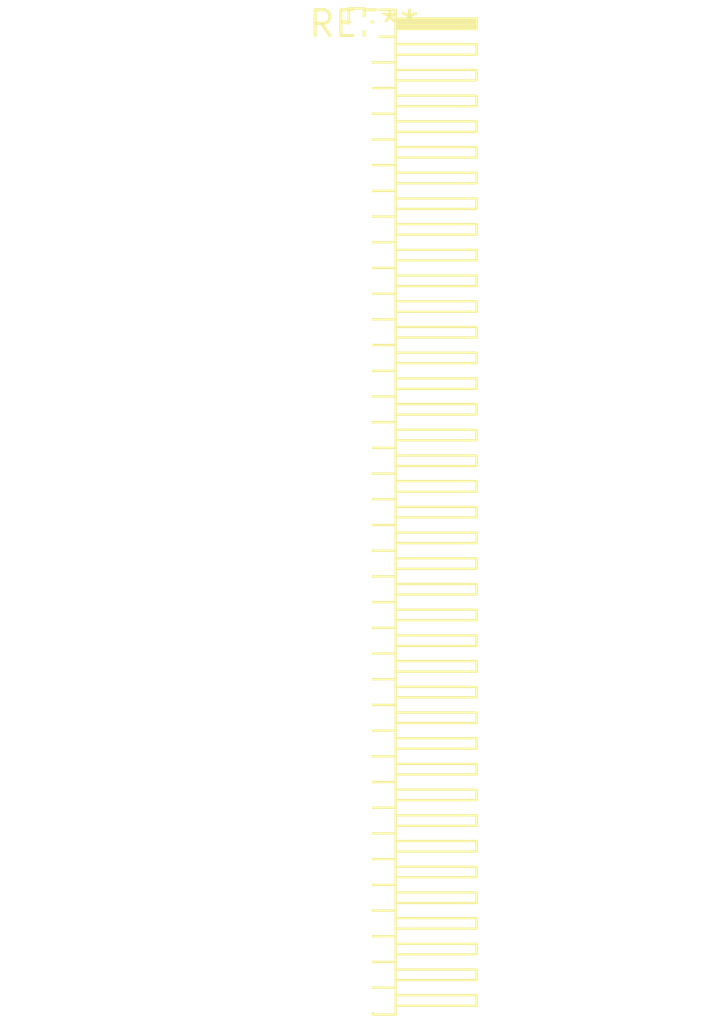
<source format=kicad_pcb>
(kicad_pcb (version 20240108) (generator pcbnew)
  (layers (0 "F.Cu" signal) (31 "B.Cu" signal) (34 "B.Paste" user) (35 "F.Paste" user) (36 "B.SilkS" user "B.Silkscreen") (37 "F.SilkS" user "F.Silkscreen") (38 "B.Mask" user) (39 "F.Mask" user) (44 "Edge.Cuts" user))
  (net 0 "")
  (footprint "PinHeader_1x39_P1.27mm_Horizontal" (layer "F.Cu") (at 0 0)
    (property "Reference" "REF**")
    (property "Value" "PinHeader_1x39_P1.27mm_Horizontal")
    (fp_line (start -0.76 -0.76) (end 0 -0.76) (layer "F.SilkS") (stroke (width 0.12)))
    (fp_line (start -0.76 0) (end -0.76 -0.76) (layer "F.SilkS") (stroke (width 0.12)))
    (fp_line (start 0.44 1.889677) (end 0.44 1.920323) (layer "F.SilkS") (stroke (width 0.12)))
    (fp_line (start 0.44 1.905) (end 1.56 1.905) (layer "F.SilkS") (stroke (width 0.12)))
    (fp_line (start 0.44 3.159677) (end 0.44 3.190323) (layer "F.SilkS") (stroke (width 0.12)))
    (fp_line (start 0.44 3.175) (end 1.56 3.175) (layer "F.SilkS") (stroke (width 0.12)))
    (fp_line (start 0.44 4.429677) (end 0.44 4.460323) (layer "F.SilkS") (stroke (width 0.12)))
    (fp_line (start 0.44 4.445) (end 1.56 4.445) (layer "F.SilkS") (stroke (width 0.12)))
    (fp_line (start 0.44 5.699677) (end 0.44 5.730323) (layer "F.SilkS") (stroke (width 0.12)))
    (fp_line (start 0.44 5.715) (end 1.56 5.715) (layer "F.SilkS") (stroke (width 0.12)))
    (fp_line (start 0.44 6.969677) (end 0.44 7.000323) (layer "F.SilkS") (stroke (width 0.12)))
    (fp_line (start 0.44 6.985) (end 1.56 6.985) (layer "F.SilkS") (stroke (width 0.12)))
    (fp_line (start 0.44 8.239677) (end 0.44 8.270323) (layer "F.SilkS") (stroke (width 0.12)))
    (fp_line (start 0.44 8.255) (end 1.56 8.255) (layer "F.SilkS") (stroke (width 0.12)))
    (fp_line (start 0.44 9.509677) (end 0.44 9.540323) (layer "F.SilkS") (stroke (width 0.12)))
    (fp_line (start 0.44 9.525) (end 1.56 9.525) (layer "F.SilkS") (stroke (width 0.12)))
    (fp_line (start 0.44 10.779677) (end 0.44 10.810323) (layer "F.SilkS") (stroke (width 0.12)))
    (fp_line (start 0.44 10.795) (end 1.56 10.795) (layer "F.SilkS") (stroke (width 0.12)))
    (fp_line (start 0.44 12.049677) (end 0.44 12.080323) (layer "F.SilkS") (stroke (width 0.12)))
    (fp_line (start 0.44 12.065) (end 1.56 12.065) (layer "F.SilkS") (stroke (width 0.12)))
    (fp_line (start 0.44 13.319677) (end 0.44 13.350323) (layer "F.SilkS") (stroke (width 0.12)))
    (fp_line (start 0.44 13.335) (end 1.56 13.335) (layer "F.SilkS") (stroke (width 0.12)))
    (fp_line (start 0.44 14.589677) (end 0.44 14.620323) (layer "F.SilkS") (stroke (width 0.12)))
    (fp_line (start 0.44 14.605) (end 1.56 14.605) (layer "F.SilkS") (stroke (width 0.12)))
    (fp_line (start 0.44 15.859677) (end 0.44 15.890323) (layer "F.SilkS") (stroke (width 0.12)))
    (fp_line (start 0.44 15.875) (end 1.56 15.875) (layer "F.SilkS") (stroke (width 0.12)))
    (fp_line (start 0.44 17.129677) (end 0.44 17.160323) (layer "F.SilkS") (stroke (width 0.12)))
    (fp_line (start 0.44 17.145) (end 1.56 17.145) (layer "F.SilkS") (stroke (width 0.12)))
    (fp_line (start 0.44 18.399677) (end 0.44 18.430323) (layer "F.SilkS") (stroke (width 0.12)))
    (fp_line (start 0.44 18.415) (end 1.56 18.415) (layer "F.SilkS") (stroke (width 0.12)))
    (fp_line (start 0.44 19.669677) (end 0.44 19.700323) (layer "F.SilkS") (stroke (width 0.12)))
    (fp_line (start 0.44 19.685) (end 1.56 19.685) (layer "F.SilkS") (stroke (width 0.12)))
    (fp_line (start 0.44 20.939677) (end 0.44 20.970323) (layer "F.SilkS") (stroke (width 0.12)))
    (fp_line (start 0.44 20.955) (end 1.56 20.955) (layer "F.SilkS") (stroke (width 0.12)))
    (fp_line (start 0.44 22.209677) (end 0.44 22.240323) (layer "F.SilkS") (stroke (width 0.12)))
    (fp_line (start 0.44 22.225) (end 1.56 22.225) (layer "F.SilkS") (stroke (width 0.12)))
    (fp_line (start 0.44 23.479677) (end 0.44 23.510323) (layer "F.SilkS") (stroke (width 0.12)))
    (fp_line (start 0.44 23.495) (end 1.56 23.495) (layer "F.SilkS") (stroke (width 0.12)))
    (fp_line (start 0.44 24.749677) (end 0.44 24.780323) (layer "F.SilkS") (stroke (width 0.12)))
    (fp_line (start 0.44 24.765) (end 1.56 24.765) (layer "F.SilkS") (stroke (width 0.12)))
    (fp_line (start 0.44 26.019677) (end 0.44 26.050323) (layer "F.SilkS") (stroke (width 0.12)))
    (fp_line (start 0.44 26.035) (end 1.56 26.035) (layer "F.SilkS") (stroke (width 0.12)))
    (fp_line (start 0.44 27.289677) (end 0.44 27.320323) (layer "F.SilkS") (stroke (width 0.12)))
    (fp_line (start 0.44 27.305) (end 1.56 27.305) (layer "F.SilkS") (stroke (width 0.12)))
    (fp_line (start 0.44 28.559677) (end 0.44 28.590323) (layer "F.SilkS") (stroke (width 0.12)))
    (fp_line (start 0.44 28.575) (end 1.56 28.575) (layer "F.SilkS") (stroke (width 0.12)))
    (fp_line (start 0.44 29.829677) (end 0.44 29.860323) (layer "F.SilkS") (stroke (width 0.12)))
    (fp_line (start 0.44 29.845) (end 1.56 29.845) (layer "F.SilkS") (stroke (width 0.12)))
    (fp_line (start 0.44 31.099677) (end 0.44 31.130323) (layer "F.SilkS") (stroke (width 0.12)))
    (fp_line (start 0.44 31.115) (end 1.56 31.115) (layer "F.SilkS") (stroke (width 0.12)))
    (fp_line (start 0.44 32.369677) (end 0.44 32.400323) (layer "F.SilkS") (stroke (width 0.12)))
    (fp_line (start 0.44 32.385) (end 1.56 32.385) (layer "F.SilkS") (stroke (width 0.12)))
    (fp_line (start 0.44 33.639677) (end 0.44 33.670323) (layer "F.SilkS") (stroke (width 0.12)))
    (fp_line (start 0.44 33.655) (end 1.56 33.655) (layer "F.SilkS") (stroke (width 0.12)))
    (fp_line (start 0.44 34.909677) (end 0.44 34.940323) (layer "F.SilkS") (stroke (width 0.12)))
    (fp_line (start 0.44 34.925) (end 1.56 34.925) (layer "F.SilkS") (stroke (width 0.12)))
    (fp_line (start 0.44 36.179677) (end 0.44 36.210323) (layer "F.SilkS") (stroke (width 0.12)))
    (fp_line (start 0.44 36.195) (end 1.56 36.195) (layer "F.SilkS") (stroke (width 0.12)))
    (fp_line (start 0.44 37.449677) (end 0.44 37.480323) (layer "F.SilkS") (stroke (width 0.12)))
    (fp_line (start 0.44 37.465) (end 1.56 37.465) (layer "F.SilkS") (stroke (width 0.12)))
    (fp_line (start 0.44 38.719677) (end 0.44 38.750323) (layer "F.SilkS") (stroke (width 0.12)))
    (fp_line (start 0.44 38.735) (end 1.56 38.735) (layer "F.SilkS") (stroke (width 0.12)))
    (fp_line (start 0.44 39.989677) (end 0.44 40.020323) (layer "F.SilkS") (stroke (width 0.12)))
    (fp_line (start 0.44 40.005) (end 1.56 40.005) (layer "F.SilkS") (stroke (width 0.12)))
    (fp_line (start 0.44 41.259677) (end 0.44 41.290323) (layer "F.SilkS") (stroke (width 0.12)))
    (fp_line (start 0.44 41.275) (end 1.56 41.275) (layer "F.SilkS") (stroke (width 0.12)))
    (fp_line (start 0.44 42.529677) (end 0.44 42.560323) (layer "F.SilkS") (stroke (width 0.12)))
    (fp_line (start 0.44 42.545) (end 1.56 42.545) (layer "F.SilkS") (stroke (width 0.12)))
    (fp_line (start 0.44 43.799677) (end 0.44 43.830323) (layer "F.SilkS") (stroke (width 0.12)))
    (fp_line (start 0.44 43.815) (end 1.56 43.815) (layer "F.SilkS") (stroke (width 0.12)))
    (fp_line (start 0.44 45.069677) (end 0.44 45.100323) (layer "F.SilkS") (stroke (width 0.12)))
    (fp_line (start 0.44 45.085) (end 1.56 45.085) (layer "F.SilkS") (stroke (width 0.12)))
    (fp_line (start 0.44 46.339677) (end 0.44 46.370323) (layer "F.SilkS") (stroke (width 0.12)))
    (fp_line (start 0.44 46.355) (end 1.56 46.355) (layer "F.SilkS") (stroke (width 0.12)))
    (fp_line (start 0.44 47.609677) (end 0.44 47.640323) (layer "F.SilkS") (stroke (width 0.12)))
    (fp_line (start 0.44 47.625) (end 1.56 47.625) (layer "F.SilkS") (stroke (width 0.12)))
    (fp_line (start 0.44 48.955) (end 0.44 48.879677) (layer "F.SilkS") (stroke (width 0.12)))
    (fp_line (start 0.76 -0.695) (end 1.56 -0.695) (layer "F.SilkS") (stroke (width 0.12)))
    (fp_line (start 0.76 0.635) (end 1.56 0.635) (layer "F.SilkS") (stroke (width 0.12)))
    (fp_line (start 1.56 -0.695) (end 1.56 48.955) (layer "F.SilkS") (stroke (width 0.12)))
    (fp_line (start 1.56 -0.26) (end 5.56 -0.26) (layer "F.SilkS") (stroke (width 0.12)))
    (fp_line (start 1.56 -0.2) (end 5.56 -0.2) (layer "F.SilkS") (stroke (width 0.12)))
    (fp_line (start 1.56 -0.08) (end 5.56 -0.08) (layer "F.SilkS") (stroke (width 0.12)))
    (fp_line (start 1.56 0.04) (end 5.56 0.04) (layer "F.SilkS") (stroke (width 0.12)))
    (fp_line (start 1.56 0.16) (end 5.56 0.16) (layer "F.SilkS") (stroke (width 0.12)))
    (fp_line (start 1.56 1.01) (end 5.56 1.01) (layer "F.SilkS") (stroke (width 0.12)))
    (fp_line (start 1.56 2.28) (end 5.56 2.28) (layer "F.SilkS") (stroke (width 0.12)))
    (fp_line (start 1.56 3.55) (end 5.56 3.55) (layer "F.SilkS") (stroke (width 0.12)))
    (fp_line (start 1.56 4.82) (end 5.56 4.82) (layer "F.SilkS") (stroke (width 0.12)))
    (fp_line (start 1.56 6.09) (end 5.56 6.09) (layer "F.SilkS") (stroke (width 0.12)))
    (fp_line (start 1.56 7.36) (end 5.56 7.36) (layer "F.SilkS") (stroke (width 0.12)))
    (fp_line (start 1.56 8.63) (end 5.56 8.63) (layer "F.SilkS") (stroke (width 0.12)))
    (fp_line (start 1.56 9.9) (end 5.56 9.9) (layer "F.SilkS") (stroke (width 0.12)))
    (fp_line (start 1.56 11.17) (end 5.56 11.17) (layer "F.SilkS") (stroke (width 0.12)))
    (fp_line (start 1.56 12.44) (end 5.56 12.44) (layer "F.SilkS") (stroke (width 0.12)))
    (fp_line (start 1.56 13.71) (end 5.56 13.71) (layer "F.SilkS") (stroke (width 0.12)))
    (fp_line (start 1.56 14.98) (end 5.56 14.98) (layer "F.SilkS") (stroke (width 0.12)))
    (fp_line (start 1.56 16.25) (end 5.56 16.25) (layer "F.SilkS") (stroke (width 0.12)))
    (fp_line (start 1.56 17.52) (end 5.56 17.52) (layer "F.SilkS") (stroke (width 0.12)))
    (fp_line (start 1.56 18.79) (end 5.56 18.79) (layer "F.SilkS") (stroke (width 0.12)))
    (fp_line (start 1.56 20.06) (end 5.56 20.06) (layer "F.SilkS") (stroke (width 0.12)))
    (fp_line (start 1.56 21.33) (end 5.56 21.33) (layer "F.SilkS") (stroke (width 0.12)))
    (fp_line (start 1.56 22.6) (end 5.56 22.6) (layer "F.SilkS") (stroke (width 0.12)))
    (fp_line (start 1.56 23.87) (end 5.56 23.87) (layer "F.SilkS") (stroke (width 0.12)))
    (fp_line (start 1.56 25.14) (end 5.56 25.14) (layer "F.SilkS") (stroke (width 0.12)))
    (fp_line (start 1.56 26.41) (end 5.56 26.41) (layer "F.SilkS") (stroke (width 0.12)))
    (fp_line (start 1.56 27.68) (end 5.56 27.68) (layer "F.SilkS") (stroke (width 0.12)))
    (fp_line (start 1.56 28.95) (end 5.56 28.95) (layer "F.SilkS") (stroke (width 0.12)))
    (fp_line (start 1.56 30.22) (end 5.56 30.22) (layer "F.SilkS") (stroke (width 0.12)))
    (fp_line (start 1.56 31.49) (end 5.56 31.49) (layer "F.SilkS") (stroke (width 0.12)))
    (fp_line (start 1.56 32.76) (end 5.56 32.76) (layer "F.SilkS") (stroke (width 0.12)))
    (fp_line (start 1.56 34.03) (end 5.56 34.03) (layer "F.SilkS") (stroke (width 0.12)))
    (fp_line (start 1.56 35.3) (end 5.56 35.3) (layer "F.SilkS") (stroke (width 0.12)))
    (fp_line (start 1.56 36.57) (end 5.56 36.57) (layer "F.SilkS") (stroke (width 0.12)))
    (fp_line (start 1.56 37.84) (end 5.56 37.84) (layer "F.SilkS") (stroke (width 0.12)))
    (fp_line (start 1.56 39.11) (end 5.56 39.11) (layer "F.SilkS") (stroke (width 0.12)))
    (fp_line (start 1.56 40.38) (end 5.56 40.38) (layer "F.SilkS") (stroke (width 0.12)))
    (fp_line (start 1.56 41.65) (end 5.56 41.65) (layer "F.SilkS") (stroke (width 0.12)))
    (fp_line (start 1.56 42.92) (end 5.56 42.92) (layer "F.SilkS") (stroke (width 0.12)))
    (fp_line (start 1.56 44.19) (end 5.56 44.19) (layer "F.SilkS") (stroke (width 0.12)))
    (fp_line (start 1.56 45.46) (end 5.56 45.46) (layer "F.SilkS") (stroke (width 0.12)))
    (fp_line (start 1.56 46.73) (end 5.56 46.73) (layer "F.SilkS") (stroke (width 0.12)))
    (fp_line (start 1.56 48) (end 5.56 48) (layer "F.SilkS") (stroke (width 0.12)))
    (fp_line (start 1.56 48.955) (end 0.44 48.955) (layer "F.SilkS") (stroke (width 0.12)))
    (fp_line (start 5.56 -0.26) (end 5.56 0.26) (layer "F.SilkS") (stroke (width 0.12)))
    (fp_line (start 5.56 0.26) (end 1.56 0.26) (layer "F.SilkS") (stroke (width 0.12)))
    (fp_line (start 5.56 1.01) (end 5.56 1.53) (layer "F.SilkS") (stroke (width 0.12)))
    (fp_line (start 5.56 1.53) (end 1.56 1.53) (layer "F.SilkS") (stroke (width 0.12)))
    (fp_line (start 5.56 2.28) (end 5.56 2.8) (layer "F.SilkS") (stroke (width 0.12)))
    (fp_line (start 5.56 2.8) (end 1.56 2.8) (layer "F.SilkS") (stroke (width 0.12)))
    (fp_line (start 5.56 3.55) (end 5.56 4.07) (layer "F.SilkS") (stroke (width 0.12)))
    (fp_line (start 5.56 4.07) (end 1.56 4.07) (layer "F.SilkS") (stroke (width 0.12)))
    (fp_line (start 5.56 4.82) (end 5.56 5.34) (layer "F.SilkS") (stroke (width 0.12)))
    (fp_line (start 5.56 5.34) (end 1.56 5.34) (layer "F.SilkS") (stroke (width 0.12)))
    (fp_line (start 5.56 6.09) (end 5.56 6.61) (layer "F.SilkS") (stroke (width 0.12)))
    (fp_line (start 5.56 6.61) (end 1.56 6.61) (layer "F.SilkS") (stroke (width 0.12)))
    (fp_line (start 5.56 7.36) (end 5.56 7.88) (layer "F.SilkS") (stroke (width 0.12)))
    (fp_line (start 5.56 7.88) (end 1.56 7.88) (layer "F.SilkS") (stroke (width 0.12)))
    (fp_line (start 5.56 8.63) (end 5.56 9.15) (layer "F.SilkS") (stroke (width 0.12)))
    (fp_line (start 5.56 9.15) (end 1.56 9.15) (layer "F.SilkS") (stroke (width 0.12)))
    (fp_line (start 5.56 9.9) (end 5.56 10.42) (layer "F.SilkS") (stroke (width 0.12)))
    (fp_line (start 5.56 10.42) (end 1.56 10.42) (layer "F.SilkS") (stroke (width 0.12)))
    (fp_line (start 5.56 11.17) (end 5.56 11.69) (layer "F.SilkS") (stroke (width 0.12)))
    (fp_line (start 5.56 11.69) (end 1.56 11.69) (layer "F.SilkS") (stroke (width 0.12)))
    (fp_line (start 5.56 12.44) (end 5.56 12.96) (layer "F.SilkS") (stroke (width 0.12)))
    (fp_line (start 5.56 12.96) (end 1.56 12.96) (layer "F.SilkS") (stroke (width 0.12)))
    (fp_line (start 5.56 13.71) (end 5.56 14.23) (layer "F.SilkS") (stroke (width 0.12)))
    (fp_line (start 5.56 14.23) (end 1.56 14.23) (layer "F.SilkS") (stroke (width 0.12)))
    (fp_line (start 5.56 14.98) (end 5.56 15.5) (layer "F.SilkS") (stroke (width 0.12)))
    (fp_line (start 5.56 15.5) (end 1.56 15.5) (layer "F.SilkS") (stroke (width 0.12)))
    (fp_line (start 5.56 16.25) (end 5.56 16.77) (layer "F.SilkS") (stroke (width 0.12)))
    (fp_line (start 5.56 16.77) (end 1.56 16.77) (layer "F.SilkS") (stroke (width 0.12)))
    (fp_line (start 5.56 17.52) (end 5.56 18.04) (layer "F.SilkS") (stroke (width 0.12)))
    (fp_line (start 5.56 18.04) (end 1.56 18.04) (layer "F.SilkS") (stroke (width 0.12)))
    (fp_line (start 5.56 18.79) (end 5.56 19.31) (layer "F.SilkS") (stroke (width 0.12)))
    (fp_line (start 5.56 19.31) (end 1.56 19.31) (layer "F.SilkS") (stroke (width 0.12)))
    (fp_line (start 5.56 20.06) (end 5.56 20.58) (layer "F.SilkS") (stroke (width 0.12)))
    (fp_line (start 5.56 20.58) (end 1.56 20.58) (layer "F.SilkS") (stroke (width 0.12)))
    (fp_line (start 5.56 21.33) (end 5.56 21.85) (layer "F.SilkS") (stroke (width 0.12)))
    (fp_line (start 5.56 21.85) (end 1.56 21.85) (layer "F.SilkS") (stroke (width 0.12)))
    (fp_line (start 5.56 22.6) (end 5.56 23.12) (layer "F.SilkS") (stroke (width 0.12)))
    (fp_line (start 5.56 23.12) (end 1.56 23.12) (layer "F.SilkS") (stroke (width 0.12)))
    (fp_line (start 5.56 23.87) (end 5.56 24.39) (layer "F.SilkS") (stroke (width 0.12)))
    (fp_line (start 5.56 24.39) (end 1.56 24.39) (layer "F.SilkS") (stroke (width 0.12)))
    (fp_line (start 5.56 25.14) (end 5.56 25.66) (layer "F.SilkS") (stroke (width 0.12)))
    (fp_line (start 5.56 25.66) (end 1.56 25.66) (layer "F.SilkS") (stroke (width 0.12)))
    (fp_line (start 5.56 26.41) (end 5.56 26.93) (layer "F.SilkS") (stroke (width 0.12)))
    (fp_line (start 5.56 26.93) (end 1.56 26.93) (layer "F.SilkS") (stroke (width 0.12)))
    (fp_line (start 5.56 27.68) (end 5.56 28.2) (layer "F.SilkS") (stroke (width 0.12)))
    (fp_line (start 5.56 28.2) (end 1.56 28.2) (layer "F.SilkS") (stroke (width 0.12)))
    (fp_line (start 5.56 28.95) (end 5.56 29.47) (layer "F.SilkS") (stroke (width 0.12)))
    (fp_line (start 5.56 29.47) (end 1.56 29.47) (layer "F.SilkS") (stroke (width 0.12)))
    (fp_line (start 5.56 30.22) (end 5.56 30.74) (layer "F.SilkS") (stroke (width 0.12)))
    (fp_line (start 5.56 30.74) (end 1.56 30.74) (layer "F.SilkS") (stroke (width 0.12)))
    (fp_line (start 5.56 31.49) (end 5.56 32.01) (layer "F.SilkS") (stroke (width 0.12)))
    (fp_line (start 5.56 32.01) (end 1.56 32.01) (layer "F.SilkS") (stroke (width 0.12)))
    (fp_line (start 5.56 32.76) (end 5.56 33.28) (layer "F.SilkS") (stroke (width 0.12)))
    (fp_line (start 5.56 33.28) (end 1.56 33.28) (layer "F.SilkS") (stroke (width 0.12)))
    (fp_line (start 5.56 34.03) (end 5.56 34.55) (layer "F.SilkS") (stroke (width 0.12)))
    (fp_line (start 5.56 34.55) (end 1.56 34.55) (layer "F.SilkS") (stroke (width 0.12)))
    (fp_line (start 5.56 35.3) (end 5.56 35.82) (layer "F.SilkS") (stroke (width 0.12)))
    (fp_line (start 5.56 35.82) (end 1.56 35.82) (layer "F.SilkS") (stroke (width 0.12)))
    (fp_line (start 5.56 36.57) (end 5.56 37.09) (layer "F.SilkS") (stroke (width 0.12)))
    (fp_line (start 5.56 37.09) (end 1.56 37.09) (layer "F.SilkS") (stroke (width 0.12)))
    (fp_line (start 5.56 37.84) (end 5.56 38.36) (layer "F.SilkS") (stroke (width 0.12)))
    (fp_line (start 5.56 38.36) (end 1.56 38.36) (layer "F.SilkS") (stroke (width 0.12)))
    (fp_line (start 5.56 39.11) (end 5.56 39.63) (layer "F.SilkS") (stroke (width 0.12)))
    (fp_line (start 5.56 39.63) (end 1.56 39.63) (layer "F.SilkS") (stroke (width 0.12)))
    (fp_line (start 5.56 40.38) (end 5.56 40.9) (layer "F.SilkS") (stroke (width 0.12)))
    (fp_line (start 5.56 40.9) (end 1.56 40.9) (layer "F.SilkS") (stroke (width 0.12)))
    (fp_line (start 5.56 41.65) (end 5.56 42.17) (layer "F.SilkS") (stroke (width 0.12)))
    (fp_line (start 5.56 42.17) (end 1.56 42.17) (layer "F.SilkS") (stroke (width 0.12)))
    (fp_line (start 5.56 42.92) (end 5.56 43.44) (layer "F.SilkS") (stroke (width 0.12)))
    (fp_line (start 5.56 43.44) (end 1.56 43.44) (layer "F.SilkS") (stroke (width 0.12)))
    (fp_line (start 5.56 44.19) (end 5.56 44.71) (layer "F.SilkS") (stroke (width 0.12)))
    (fp_line (start 5.56 44.71) (end 1.56 44.71) (layer "F.SilkS") (stroke (width 0.12)))
    (fp_line (start 5.56 45.46) (end 5.56 45.98) (layer "F.SilkS") (stroke (width 0.12)))
    (fp_line (start 5.56 45.98) (end 1.56 45.98) (layer "F.SilkS") (stroke (width 0.12)))
    (fp_line (start 5.56 46.73) (end 5.56 47.25) (layer "F.SilkS") (stroke (width 0.12)))
    (fp_line (start 5.56 47.25) (end 1.56 47.25) (layer "F.SilkS") (stroke (width 0.12)))
    (fp_line (start 5.56 48) (end 5.56 48.52) (layer "F.SilkS") (stroke (width 0.12)))
    (fp_line (start 5.56 48.52) (end 1.56 48.52) (layer "F.SilkS") (stroke (width 0.12)))
    (pad "1" thru_hole rect (at 0 0) (size 1 1) (drill 0.65) (layers *.Cu *.Mask) (remove_unused_layers))
    (pad "2" thru_hole oval (at 0 1.27) (size 1 1) (drill 0.65) (layers *.Cu *.Mask) (remove_unused_layers))
    (pad "3" thru_hole oval (at 0 2.54) (size 1 1) (drill 0.65) (layers *.Cu *.Mask) (remove_unused_layers))
    (pad "4" thru_hole oval (at 0 3.81) (size 1 1) (drill 0.65) (layers *.Cu *.Mask) (remove_unused_layers))
    (pad "5" thru_hole oval (at 0 5.08) (size 1 1) (drill 0.65) (layers *.Cu *.Mask) (remove_unused_layers))
    (pad "6" thru_hole oval (at 0 6.35) (size 1 1) (drill 0.65) (layers *.Cu *.Mask) (remove_unused_layers))
    (pad "7" thru_hole oval (at 0 7.62) (size 1 1) (drill 0.65) (layers *.Cu *.Mask) (remove_unused_layers))
    (pad "8" thru_hole oval (at 0 8.89) (size 1 1) (drill 0.65) (layers *.Cu *.Mask) (remove_unused_layers))
    (pad "9" thru_hole oval (at 0 10.16) (size 1 1) (drill 0.65) (layers *.Cu *.Mask) (remove_unused_layers))
    (pad "10" thru_hole oval (at 0 11.43) (size 1 1) (drill 0.65) (layers *.Cu *.Mask) (remove_unused_layers))
    (pad "11" thru_hole oval (at 0 12.7) (size 1 1) (drill 0.65) (layers *.Cu *.Mask) (remove_unused_layers))
    (pad "12" thru_hole oval (at 0 13.97) (size 1 1) (drill 0.65) (layers *.Cu *.Mask) (remove_unused_layers))
    (pad "13" thru_hole oval (at 0 15.24) (size 1 1) (drill 0.65) (layers *.Cu *.Mask) (remove_unused_layers))
    (pad "14" thru_hole oval (at 0 16.51) (size 1 1) (drill 0.65) (layers *.Cu *.Mask) (remove_unused_layers))
    (pad "15" thru_hole oval (at 0 17.78) (size 1 1) (drill 0.65) (layers *.Cu *.Mask) (remove_unused_layers))
    (pad "16" thru_hole oval (at 0 19.05) (size 1 1) (drill 0.65) (layers *.Cu *.Mask) (remove_unused_layers))
    (pad "17" thru_hole oval (at 0 20.32) (size 1 1) (drill 0.65) (layers *.Cu *.Mask) (remove_unused_layers))
    (pad "18" thru_hole oval (at 0 21.59) (size 1 1) (drill 0.65) (layers *.Cu *.Mask) (remove_unused_layers))
    (pad "19" thru_hole oval (at 0 22.86) (size 1 1) (drill 0.65) (layers *.Cu *.Mask) (remove_unused_layers))
    (pad "20" thru_hole oval (at 0 24.13) (size 1 1) (drill 0.65) (layers *.Cu *.Mask) (remove_unused_layers))
    (pad "21" thru_hole oval (at 0 25.4) (size 1 1) (drill 0.65) (layers *.Cu *.Mask) (remove_unused_layers))
    (pad "22" thru_hole oval (at 0 26.67) (size 1 1) (drill 0.65) (layers *.Cu *.Mask) (remove_unused_layers))
    (pad "23" thru_hole oval (at 0 27.94) (size 1 1) (drill 0.65) (layers *.Cu *.Mask) (remove_unused_layers))
    (pad "24" thru_hole oval (at 0 29.21) (size 1 1) (drill 0.65) (layers *.Cu *.Mask) (remove_unused_layers))
    (pad "25" thru_hole oval (at 0 30.48) (size 1 1) (drill 0.65) (layers *.Cu *.Mask) (remove_unused_layers))
    (pad "26" thru_hole oval (at 0 31.75) (size 1 1) (drill 0.65) (layers *.Cu *.Mask) (remove_unused_layers))
    (pad "27" thru_hole oval (at 0 33.02) (size 1 1) (drill 0.65) (layers *.Cu *.Mask) (remove_unused_layers))
    (pad "28" thru_hole oval (at 0 34.29) (size 1 1) (drill 0.65) (layers *.Cu *.Mask) (remove_unused_layers))
    (pad "29" thru_hole oval (at 0 35.56) (size 1 1) (drill 0.65) (layers *.Cu *.Mask) (remove_unused_layers))
    (pad "30" thru_hole oval (at 0 36.83) (size 1 1) (drill 0.65) (layers *.Cu *.Mask) (remove_unused_layers))
    (pad "31" thru_hole oval (at 0 38.1) (size 1 1) (drill 0.65) (layers *.Cu *.Mask) (remove_unused_layers))
    (pad "32" thru_hole oval (at 0 39.37) (size 1 1) (drill 0.65) (layers *.Cu *.Mask) (remove_unused_layers))
    (pad "33" thru_hole oval (at 0 40.64) (size 1 1) (drill 0.65) (layers *.Cu *.Mask) (remove_unused_layers))
    (pad "34" thru_hole oval (at 0 41.91) (size 1 1) (drill 0.65) (layers *.Cu *.Mask) (remove_unused_layers))
    (pad "35" thru_hole oval (at 0 43.18) (size 1 1) (drill 0.65) (layers *.Cu *.Mask) (remove_unused_layers))
    (pad "36" thru_hole oval (at 0 44.45) (size 1 1) (drill 0.65) (layers *.Cu *.Mask) (remove_unused_layers))
    (pad "37" thru_hole oval (at 0 45.72) (size 1 1) (drill 0.65) (layers *.Cu *.Mask) (remove_unused_layers))
    (pad "38" thru_hole oval (at 0 46.99) (size 1 1) (drill 0.65) (layers *.Cu *.Mask) (remove_unused_layers))
    (pad "39" thru_hole oval (at 0 48.26) (size 1 1) (drill 0.65) (layers *.Cu *.Mask) (remove_unused_layers))
  )
)
</source>
